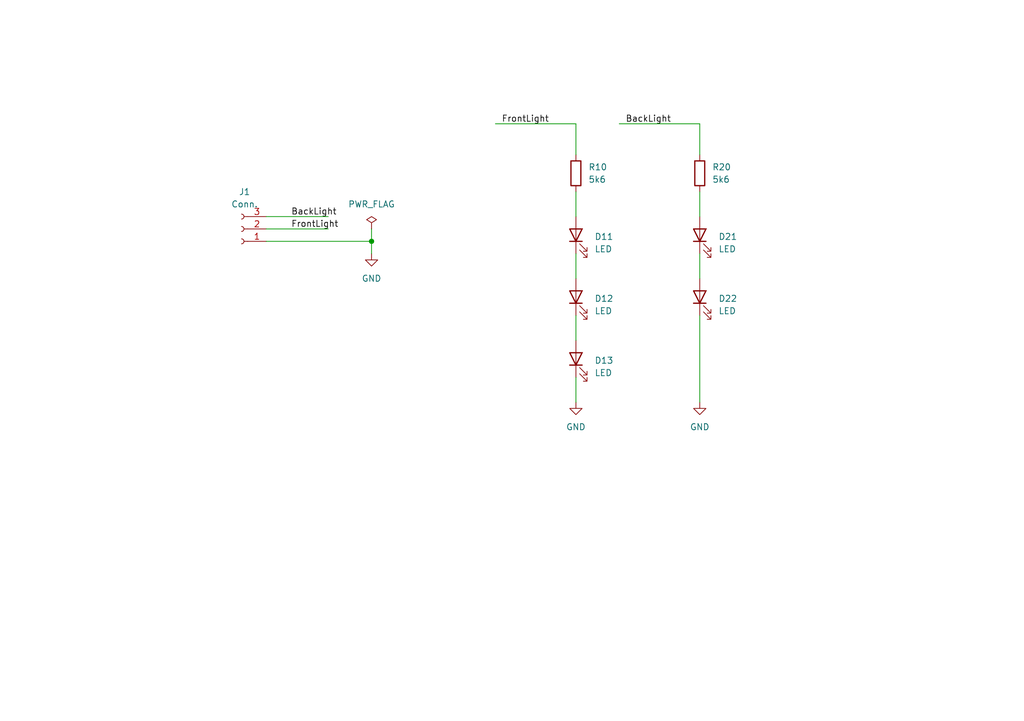
<source format=kicad_sch>
(kicad_sch (version 20211123) (generator eeschema)
  (paper "A5")
  (title_block (title "LED pcb for Märklin V100 (Art. No. 3072).") (date "2021-12-30") (rev "0") (comment 1 "Guido de Hek"))
  (lib_symbols
    (symbol "Connector:Conn_01x03_Female" (pin_names (offset 1.016) hide)
      (property "Reference" "J" (at 0 5.08 0))
      (property "Value" "Conn_01x03_Female" (at 0 -5.08 0))
      (symbol "Conn_01x03_Female_1_1"
        (arc (start 0 -2.032) (mid -0.508 -2.54) (end 0 -3.048) (stroke (width 0.1524)))
        (polyline (pts (xy -1.27 -2.54) (xy -0.508 -2.54)) (stroke (width 0.1524)))
        (polyline (pts (xy -1.27 0) (xy -0.508 0)) (stroke (width 0.1524)))
        (polyline (pts (xy -1.27 2.54) (xy -0.508 2.54)) (stroke (width 0.1524)))
        (arc (start 0 0.508) (mid -0.508 0) (end 0 -0.508) (stroke (width 0.1524)))
        (arc (start 0 3.048) (mid -0.508 2.54) (end 0 2.032) (stroke (width 0.1524)))
        (pin passive line (at -5.08 2.54 0) (length 3.81) (name "Pin_1") (number "1"))
        (pin passive line (at -5.08 0 0) (length 3.81) (name "Pin_2") (number "2"))
        (pin passive line (at -5.08 -2.54 0) (length 3.81) (name "Pin_3") (number "3"))
      )
    )
    (symbol "Device:LED" (pin_numbers hide) (pin_names (offset 1.016) hide)
      (property "Reference" "D" (at 0 2.54 0))
      (property "Value" "LED" (at 0 -2.54 0))
      (symbol "LED_0_1"
        (polyline (pts (xy -1.27 -1.27) (xy -1.27 1.27)) (stroke (width 0.254)))
        (polyline (pts (xy -1.27 0) (xy 1.27 0)))
        (polyline (pts (xy 1.27 -1.27) (xy 1.27 1.27) (xy -1.27 0) (xy 1.27 -1.27)) (stroke (width 0.254)))
        (polyline (pts (xy -3.048 -0.762) (xy -4.572 -2.286) (xy -3.81 -2.286) (xy -4.572 -2.286) (xy -4.572 -1.524)))
        (polyline (pts (xy -1.778 -0.762) (xy -3.302 -2.286) (xy -2.54 -2.286) (xy -3.302 -2.286) (xy -3.302 -1.524)))
      )
      (symbol "LED_1_1"
        (pin passive line (at -3.81 0 0) (length 2.54) (name "K") (number "1"))
        (pin passive line (at 3.81 0 180) (length 2.54) (name "A") (number "2"))
      )
    )
    (symbol "Device:R" (pin_numbers hide) (pin_names (offset 0))
      (property "Reference" "R" (at 2.032 0 90))
      (property "Value" "R" (at 0 0 90))
      (symbol "R_0_1"
        (rectangle (start -1.016 -2.54) (end 1.016 2.54) (stroke (width 0.254)))
      )
      (symbol "R_1_1"
        (pin passive line (at 0 3.81 270) (length 1.27) (name "~") (number "1"))
        (pin passive line (at 0 -3.81 90) (length 1.27) (name "~") (number "2"))
      )
    )
    (symbol "power:GND" (power) (pin_names (offset 0))
      (property "Value" "GND" (at 0 -3.81 0))
      (symbol "GND_0_1"
        (polyline (pts (xy 0 0) (xy 0 -1.27) (xy 1.27 -1.27) (xy 0 -2.54) (xy -1.27 -1.27) (xy 0 -1.27)))
      )
      (symbol "GND_1_1"
        (pin power_in line (at 0 0 270) (length 0) hide (name "GND") (number "1"))
      )
    )
    (symbol "power:PWR_FLAG" (power) (pin_numbers hide) (pin_names (offset 0) hide)
      (property "Value" "PWR_FLAG" (at 0 3.81 0))
      (symbol "PWR_FLAG_0_0"
        (pin power_out line (at 0 0 90) (length 0) (name "pwr") (number "1"))
      )
      (symbol "PWR_FLAG_0_1"
        (polyline (pts (xy 0 0) (xy 0 1.27) (xy -1.016 1.905) (xy 0 2.54) (xy 1.016 1.905) (xy 0 1.27)))
      )
    )
  )
  (junction (at 76.2 49.53))
  (wire (pts (xy 143.51 52.07) (xy 143.51 57.15)))
  (wire (pts (xy 54.61 44.45) (xy 67.31 44.45)))
  (wire (pts (xy 143.51 31.75) (xy 143.51 25.4)))
  (wire (pts (xy 101.6 25.4) (xy 118.11 25.4)))
  (wire (pts (xy 143.51 64.77) (xy 143.51 82.55)))
  (wire (pts (xy 76.2 46.99) (xy 76.2 49.53)))
  (wire (pts (xy 118.11 31.75) (xy 118.11 25.4)))
  (wire (pts (xy 76.2 49.53) (xy 76.2 52.07)))
  (wire (pts (xy 118.11 52.07) (xy 118.11 57.15)))
  (wire (pts (xy 143.51 39.37) (xy 143.51 44.45)))
  (wire (pts (xy 54.61 46.99) (xy 67.31 46.99)))
  (wire (pts (xy 118.11 64.77) (xy 118.11 69.85)))
  (wire (pts (xy 118.11 77.47) (xy 118.11 82.55)))
  (wire (pts (xy 127 25.4) (xy 143.51 25.4)))
  (wire (pts (xy 118.11 39.37) (xy 118.11 44.45)))
  (wire (pts (xy 54.61 49.53) (xy 76.2 49.53)))
  (label "BackLight" (at 128.27 25.4 0))
  (label "FrontLight" (at 102.87 25.4 0))
  (label "BackLight" (at 59.69 44.45 0))
  (label "FrontLight" (at 59.69 46.99 0))
  (symbol (lib_id "power:GND") (at 76.2 52.07 0) (unit 1)
    (property "Reference" "#PWR01" (effects hide))
    (property "Value" "GND" (at 76.2 57.15 0))
  )
  (symbol (lib_id "power:PWR_FLAG") (at 76.2 46.99 0) (unit 1)
    (property "Reference" "#FLG0101" (effects hide))
    (property "Value" "PWR_FLAG" (at 76.2 41.91 0))
  )
  (symbol (lib_id "Device:LED") (at 143.51 48.26 90) (unit 1)
    (property "Reference" "D21" (at 147.32 48.5774 90) (effects (justify right)))
    (property "Value" "LED" (at 147.32 51.1174 90) (effects (justify right)))
    (property "Footprint" "LED_SMD:LED_0805_2012Metric" (effects hide))
  )
  (symbol (lib_id "Device:R") (at 118.11 35.56 0) (unit 1)
    (property "Reference" "R10" (at 120.65 34.2899 0) (effects (justify left)))
    (property "Value" "5k6" (at 120.65 36.8299 0) (effects (justify left)))
    (property "Footprint" "Resistor_SMD:R_0805_2012Metric" (effects hide))
  )
  (symbol (lib_id "Device:LED") (at 118.11 73.66 90) (unit 1)
    (property "Reference" "D13" (at 121.92 73.9774 90) (effects (justify right)))
    (property "Value" "LED" (at 121.92 76.5174 90) (effects (justify right)))
    (property "Footprint" "LED_SMD:LED_0805_2012Metric" (effects hide))
  )
  (symbol (lib_id "power:GND") (at 118.11 82.55 0) (unit 1)
    (property "Reference" "#PWR02" (effects hide))
    (property "Value" "GND" (at 118.11 87.63 0))
  )
  (symbol (lib_id "Device:LED") (at 118.11 48.26 90) (unit 1)
    (property "Reference" "D11" (at 121.92 48.5774 90) (effects (justify right)))
    (property "Value" "LED" (at 121.92 51.1174 90) (effects (justify right)))
    (property "Footprint" "LED_SMD:LED_0805_2012Metric" (effects hide))
  )
  (symbol (lib_id "Device:R") (at 143.51 35.56 0) (unit 1)
    (property "Reference" "R20" (at 146.05 34.2899 0) (effects (justify left)))
    (property "Value" "5k6" (at 146.05 36.8299 0) (effects (justify left)))
    (property "Footprint" "Resistor_SMD:R_0805_2012Metric" (effects hide))
  )
  (symbol (lib_id "Device:LED") (at 143.51 60.96 90) (unit 1)
    (property "Reference" "D22" (at 147.32 61.2774 90) (effects (justify right)))
    (property "Value" "LED" (at 147.32 63.8174 90) (effects (justify right)))
    (property "Footprint" "LED_SMD:LED_0805_2012Metric" (effects hide))
  )
  (symbol (lib_id "power:GND") (at 143.51 82.55 0) (unit 1)
    (property "Reference" "#PWR03" (effects hide))
    (property "Value" "GND" (at 143.51 87.63 0))
  )
  (symbol (lib_id "Connector:Conn_01x03_Female") (at 49.53 46.99 180) (unit 1)
    (property "Reference" "J1" (at 50.165 39.37 0))
    (property "Value" "Conn." (at 50.165 41.91 0))
    (property "Footprint" "Connector_PinHeader_2.54mm:PinHeader_1x03_P2.54mm_Vertical" (effects hide))
  )
  (symbol (lib_id "Device:LED") (at 118.11 60.96 90) (unit 1)
    (property "Reference" "D12" (at 121.92 61.2774 90) (effects (justify right)))
    (property "Value" "LED" (at 121.92 63.8174 90) (effects (justify right)))
    (property "Footprint" "LED_SMD:LED_0805_2012Metric" (effects hide))
  )
)
</source>
